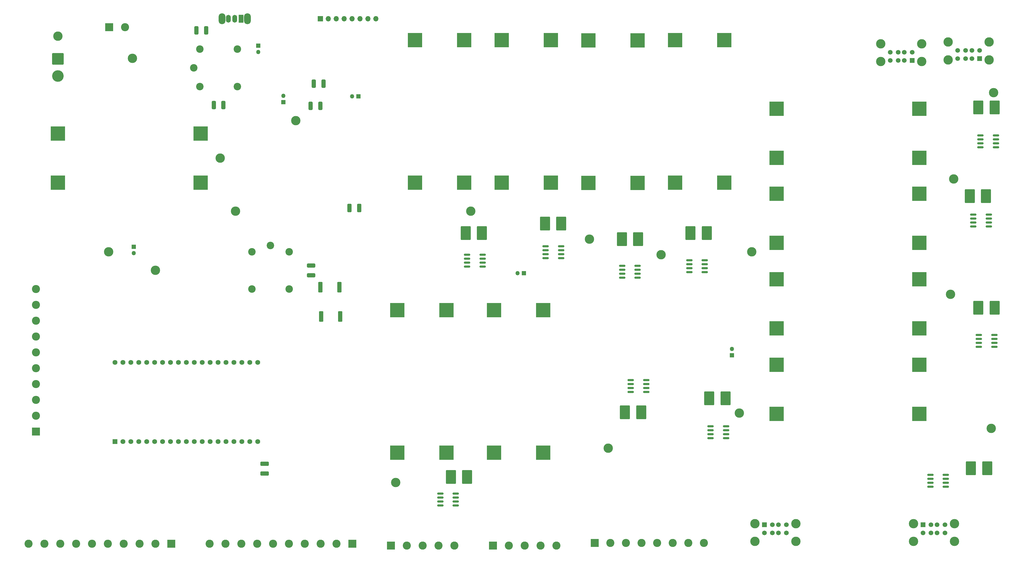
<source format=gts>
%TF.GenerationSoftware,KiCad,Pcbnew,6.0.2+dfsg-1*%
%TF.CreationDate,2022-08-24T13:42:39-04:00*%
%TF.ProjectId,augertapowermanagement,61756765-7274-4617-906f-7765726d616e,rev?*%
%TF.SameCoordinates,Original*%
%TF.FileFunction,Soldermask,Top*%
%TF.FilePolarity,Negative*%
%FSLAX46Y46*%
G04 Gerber Fmt 4.6, Leading zero omitted, Abs format (unit mm)*
G04 Created by KiCad (PCBNEW 6.0.2+dfsg-1) date 2022-08-24 13:42:39*
%MOMM*%
%LPD*%
G01*
G04 APERTURE LIST*
G04 Aperture macros list*
%AMRoundRect*
0 Rectangle with rounded corners*
0 $1 Rounding radius*
0 $2 $3 $4 $5 $6 $7 $8 $9 X,Y pos of 4 corners*
0 Add a 4 corners polygon primitive as box body*
4,1,4,$2,$3,$4,$5,$6,$7,$8,$9,$2,$3,0*
0 Add four circle primitives for the rounded corners*
1,1,$1+$1,$2,$3*
1,1,$1+$1,$4,$5*
1,1,$1+$1,$6,$7*
1,1,$1+$1,$8,$9*
0 Add four rect primitives between the rounded corners*
20,1,$1+$1,$2,$3,$4,$5,0*
20,1,$1+$1,$4,$5,$6,$7,0*
20,1,$1+$1,$6,$7,$8,$9,0*
20,1,$1+$1,$8,$9,$2,$3,0*%
G04 Aperture macros list end*
%ADD10RoundRect,0.150000X-0.825000X-0.150000X0.825000X-0.150000X0.825000X0.150000X-0.825000X0.150000X0*%
%ADD11R,2.600000X2.600000*%
%ADD12C,2.600000*%
%ADD13C,3.000000*%
%ADD14R,1.350000X1.350000*%
%ADD15O,1.350000X1.350000*%
%ADD16RoundRect,0.250002X-1.599998X-1.599998X1.599998X-1.599998X1.599998X1.599998X-1.599998X1.599998X0*%
%ADD17C,3.700000*%
%ADD18R,4.572000X4.572000*%
%ADD19RoundRect,0.250000X-1.350000X-1.975000X1.350000X-1.975000X1.350000X1.975000X-1.350000X1.975000X0*%
%ADD20C,2.400000*%
%ADD21RoundRect,0.250000X-0.412500X-1.100000X0.412500X-1.100000X0.412500X1.100000X-0.412500X1.100000X0*%
%ADD22RoundRect,0.250000X1.075000X-0.400000X1.075000X0.400000X-1.075000X0.400000X-1.075000X-0.400000X0*%
%ADD23RoundRect,0.250000X-0.400000X-1.075000X0.400000X-1.075000X0.400000X1.075000X-0.400000X1.075000X0*%
%ADD24RoundRect,0.250000X1.350000X1.975000X-1.350000X1.975000X-1.350000X-1.975000X1.350000X-1.975000X0*%
%ADD25RoundRect,0.250000X-1.100000X0.412500X-1.100000X-0.412500X1.100000X-0.412500X1.100000X0.412500X0*%
%ADD26R,1.500000X1.500000*%
%ADD27C,1.500000*%
%ADD28RoundRect,0.249999X-0.450001X-1.425001X0.450001X-1.425001X0.450001X1.425001X-0.450001X1.425001X0*%
%ADD29O,2.200000X3.500000*%
%ADD30R,1.500000X2.500000*%
%ADD31O,1.500000X2.500000*%
%ADD32R,1.700000X1.700000*%
%ADD33O,1.700000X1.700000*%
%ADD34RoundRect,0.250000X0.400000X1.075000X-0.400000X1.075000X-0.400000X-1.075000X0.400000X-1.075000X0*%
%ADD35R,1.560000X1.560000*%
%ADD36C,1.560000*%
%ADD37RoundRect,0.150000X0.825000X0.150000X-0.825000X0.150000X-0.825000X-0.150000X0.825000X-0.150000X0*%
G04 APERTURE END LIST*
D10*
%TO.C,U14*%
X352754026Y-106125000D03*
X352754026Y-107395000D03*
X352754026Y-108665000D03*
X352754026Y-109935000D03*
X357704026Y-109935000D03*
X357704026Y-108665000D03*
X357704026Y-107395000D03*
X357704026Y-106125000D03*
%TD*%
D11*
%TO.C,J10*%
X95805026Y-211651000D03*
D12*
X90725026Y-211651000D03*
X85645026Y-211651000D03*
X80565026Y-211651000D03*
X75485026Y-211651000D03*
X70405026Y-211651000D03*
X65325026Y-211651000D03*
X60245026Y-211651000D03*
X55165026Y-211651000D03*
X50085026Y-211651000D03*
%TD*%
D13*
%TO.C,TP6*%
X277757026Y-169750000D03*
%TD*%
D14*
%TO.C,JP5*%
X123693026Y-51952000D03*
D15*
X123693026Y-53952000D03*
%TD*%
D13*
%TO.C,J2*%
X59557026Y-48875000D03*
D16*
X59557026Y-56175000D03*
D17*
X59557026Y-61675000D03*
%TD*%
D18*
%TO.C,U8*%
X289697026Y-72126000D03*
X289697026Y-87874000D03*
X335417026Y-72126000D03*
X335417026Y-87874000D03*
%TD*%
D11*
%TO.C,J9*%
X166196026Y-212261000D03*
D12*
X171276026Y-212261000D03*
X176356026Y-212261000D03*
X181436026Y-212261000D03*
X186516026Y-212261000D03*
%TD*%
D19*
%TO.C,R15*%
X351965026Y-187456000D03*
X357165026Y-187456000D03*
%TD*%
D13*
%TO.C,TP9*%
X345465026Y-131706000D03*
%TD*%
D19*
%TO.C,R3*%
X268157026Y-165000000D03*
X273357026Y-165000000D03*
%TD*%
D10*
%TO.C,U3*%
X268596026Y-174017000D03*
X268596026Y-175287000D03*
X268596026Y-176557000D03*
X268596026Y-177827000D03*
X273546026Y-177827000D03*
X273546026Y-176557000D03*
X273546026Y-175287000D03*
X273546026Y-174017000D03*
%TD*%
D20*
%TO.C,K1*%
X121631026Y-130000000D03*
X133631026Y-118000000D03*
X121631026Y-118000000D03*
X127631026Y-116000000D03*
X133631026Y-130000000D03*
%TD*%
D18*
%TO.C,U9*%
X217401692Y-50140000D03*
X201653692Y-50140000D03*
X217401692Y-95860000D03*
X201653692Y-95860000D03*
%TD*%
D13*
%TO.C,TP12*%
X229757026Y-114000000D03*
%TD*%
D18*
%TO.C,U12*%
X289697026Y-99394000D03*
X289697026Y-115142000D03*
X335417026Y-99394000D03*
X335417026Y-115142000D03*
%TD*%
D19*
%TO.C,R7*%
X215557026Y-109000000D03*
X220757026Y-109000000D03*
%TD*%
D21*
%TO.C,C1*%
X152916526Y-104006000D03*
X156041526Y-104006000D03*
%TD*%
D22*
%TO.C,R1*%
X140631026Y-125550000D03*
X140631026Y-122450000D03*
%TD*%
D18*
%TO.C,U4*%
X289697026Y-126826000D03*
X289697026Y-142574000D03*
X335417026Y-126826000D03*
X335417026Y-142574000D03*
%TD*%
D13*
%TO.C,TP7*%
X135757026Y-76000000D03*
%TD*%
%TO.C,TP3*%
X111500000Y-88000000D03*
%TD*%
D19*
%TO.C,R5*%
X190157026Y-112000000D03*
X195357026Y-112000000D03*
%TD*%
D13*
%TO.C,TP5*%
X116379026Y-105022000D03*
%TD*%
D23*
%TO.C,R2*%
X103900000Y-47000000D03*
X107000000Y-47000000D03*
%TD*%
D18*
%TO.C,U5*%
X189631026Y-50140000D03*
X173883026Y-50140000D03*
X189631026Y-95860000D03*
X173883026Y-95860000D03*
%TD*%
D13*
%TO.C,TP16*%
X281757026Y-118000000D03*
%TD*%
D19*
%TO.C,R6*%
X354347026Y-71708000D03*
X359547026Y-71708000D03*
%TD*%
D18*
%TO.C,U20*%
X214931026Y-136772000D03*
X199183026Y-136772000D03*
X214931026Y-182492000D03*
X199183026Y-182492000D03*
%TD*%
D10*
%TO.C,U10*%
X355040026Y-80725000D03*
X355040026Y-81995000D03*
X355040026Y-83265000D03*
X355040026Y-84535000D03*
X359990026Y-84535000D03*
X359990026Y-83265000D03*
X359990026Y-81995000D03*
X359990026Y-80725000D03*
%TD*%
D14*
%TO.C,JP6*%
X155757026Y-68208000D03*
D15*
X153757026Y-68208000D03*
%TD*%
D13*
%TO.C,TP15*%
X167757026Y-192000000D03*
%TD*%
%TO.C,TP1*%
X83359026Y-56000000D03*
%TD*%
D18*
%TO.C,U13*%
X245231026Y-50240000D03*
X229483026Y-50240000D03*
X245231026Y-95960000D03*
X229483026Y-95960000D03*
%TD*%
D10*
%TO.C,U15*%
X240282026Y-122509000D03*
X240282026Y-123779000D03*
X240282026Y-125049000D03*
X240282026Y-126319000D03*
X245232026Y-126319000D03*
X245232026Y-125049000D03*
X245232026Y-123779000D03*
X245232026Y-122509000D03*
%TD*%
D20*
%TO.C,K2*%
X117000000Y-65000000D03*
X105000000Y-53000000D03*
X105000000Y-65000000D03*
X103000000Y-59000000D03*
X117000000Y-53000000D03*
%TD*%
D11*
%TO.C,J8*%
X52462026Y-175660000D03*
D12*
X52462026Y-170580000D03*
X52462026Y-165500000D03*
X52462026Y-160420000D03*
X52462026Y-155340000D03*
X52462026Y-150260000D03*
X52462026Y-145180000D03*
X52462026Y-140100000D03*
X52462026Y-135020000D03*
X52462026Y-129940000D03*
%TD*%
D10*
%TO.C,U7*%
X190596026Y-118985000D03*
X190596026Y-120255000D03*
X190596026Y-121525000D03*
X190596026Y-122795000D03*
X195546026Y-122795000D03*
X195546026Y-121525000D03*
X195546026Y-120255000D03*
X195546026Y-118985000D03*
%TD*%
D11*
%TO.C,J1*%
X75912026Y-46005000D03*
D12*
X80992026Y-46005000D03*
%TD*%
D13*
%TO.C,TP17*%
X235757026Y-181000000D03*
%TD*%
D19*
%TO.C,R4*%
X354347026Y-135970000D03*
X359547026Y-135970000D03*
%TD*%
D13*
%TO.C,TP13*%
X346465026Y-94706000D03*
%TD*%
D24*
%TO.C,R10*%
X190607026Y-190250000D03*
X185407026Y-190250000D03*
%TD*%
D25*
%TO.C,C2*%
X125757026Y-186000000D03*
X125757026Y-189125000D03*
%TD*%
D26*
%TO.C,J6*%
X333157026Y-56680000D03*
D27*
X330657026Y-56680000D03*
X328657026Y-56680000D03*
X326157026Y-56680000D03*
X333157026Y-54060000D03*
X330657026Y-54060000D03*
X328657026Y-54060000D03*
X326157026Y-54060000D03*
D13*
X336227026Y-57030000D03*
X323087026Y-57030000D03*
X323087026Y-51350000D03*
X336227026Y-51350000D03*
%TD*%
D14*
%TO.C,JP3*%
X208757026Y-124900000D03*
D15*
X206757026Y-124900000D03*
%TD*%
D18*
%TO.C,U17*%
X272943026Y-50140000D03*
X257195026Y-50140000D03*
X272943026Y-95860000D03*
X257195026Y-95860000D03*
%TD*%
D10*
%TO.C,U18*%
X182032026Y-195595000D03*
X182032026Y-196865000D03*
X182032026Y-198135000D03*
X182032026Y-199405000D03*
X186982026Y-199405000D03*
X186982026Y-198135000D03*
X186982026Y-196865000D03*
X186982026Y-195595000D03*
%TD*%
D28*
%TO.C,R13*%
X143553026Y-129406000D03*
X149653026Y-129406000D03*
%TD*%
D26*
%TO.C,J3*%
X336653026Y-205584000D03*
D27*
X339153026Y-205584000D03*
X341153026Y-205584000D03*
X343653026Y-205584000D03*
X336653026Y-208204000D03*
X339153026Y-208204000D03*
X341153026Y-208204000D03*
X343653026Y-208204000D03*
D13*
X333583026Y-210914000D03*
X346723026Y-210914000D03*
X333583026Y-205234000D03*
X346723026Y-205234000D03*
%TD*%
D19*
%TO.C,R8*%
X351613026Y-100156000D03*
X356813026Y-100156000D03*
%TD*%
D10*
%TO.C,U19*%
X261774026Y-120763000D03*
X261774026Y-122033000D03*
X261774026Y-123303000D03*
X261774026Y-124573000D03*
X266724026Y-124573000D03*
X266724026Y-123303000D03*
X266724026Y-122033000D03*
X266724026Y-120763000D03*
%TD*%
D24*
%TO.C,R14*%
X246357026Y-169500000D03*
X241157026Y-169500000D03*
%TD*%
D10*
%TO.C,U6*%
X354532026Y-144733000D03*
X354532026Y-146003000D03*
X354532026Y-147273000D03*
X354532026Y-148543000D03*
X359482026Y-148543000D03*
X359482026Y-147273000D03*
X359482026Y-146003000D03*
X359482026Y-144733000D03*
%TD*%
D26*
%TO.C,J5*%
X354757026Y-56098000D03*
D27*
X352257026Y-56098000D03*
X350257026Y-56098000D03*
X347757026Y-56098000D03*
X354757026Y-53478000D03*
X352257026Y-53478000D03*
X350257026Y-53478000D03*
X347757026Y-53478000D03*
D13*
X357827026Y-50768000D03*
X344687026Y-50768000D03*
X344687026Y-56448000D03*
X357827026Y-56448000D03*
%TD*%
D29*
%TO.C,SW1*%
X120257026Y-43300000D03*
X112057026Y-43300000D03*
D30*
X118157026Y-43300000D03*
D31*
X116157026Y-43300000D03*
X114157026Y-43300000D03*
%TD*%
D13*
%TO.C,TP18*%
X358465026Y-174706000D03*
%TD*%
D14*
%TO.C,JP4*%
X275457026Y-151200000D03*
D15*
X275457026Y-149200000D03*
%TD*%
D28*
%TO.C,R12*%
X143809026Y-138804000D03*
X149909026Y-138804000D03*
%TD*%
D10*
%TO.C,U11*%
X215742026Y-116239000D03*
X215742026Y-117509000D03*
X215742026Y-118779000D03*
X215742026Y-120049000D03*
X220692026Y-120049000D03*
X220692026Y-118779000D03*
X220692026Y-117509000D03*
X220692026Y-116239000D03*
%TD*%
D32*
%TO.C,U24*%
X143557026Y-43300000D03*
D33*
X146097026Y-43300000D03*
X148637026Y-43300000D03*
X151177026Y-43300000D03*
X153717026Y-43300000D03*
X156257026Y-43300000D03*
X158797026Y-43300000D03*
X161337026Y-43300000D03*
%TD*%
D11*
%TO.C,J12*%
X198851526Y-212261000D03*
D12*
X203931526Y-212261000D03*
X209011526Y-212261000D03*
X214091526Y-212261000D03*
X219171526Y-212261000D03*
%TD*%
D34*
%TO.C,R16*%
X112550000Y-71000000D03*
X109450000Y-71000000D03*
%TD*%
D23*
%TO.C,F1*%
X140483026Y-71240000D03*
X143583026Y-71240000D03*
%TD*%
D35*
%TO.C,U2*%
X77823026Y-178936000D03*
D36*
X80363026Y-178936000D03*
X82903026Y-178936000D03*
X85443026Y-178936000D03*
X87983026Y-178936000D03*
X90523026Y-178936000D03*
X93063026Y-178936000D03*
X95603026Y-178936000D03*
X98143026Y-178936000D03*
X100683026Y-178936000D03*
X103223026Y-178936000D03*
X105763026Y-178936000D03*
X108303026Y-178936000D03*
X110843026Y-178936000D03*
X113383026Y-178936000D03*
X115923026Y-178936000D03*
X118463026Y-178936000D03*
X121003026Y-178936000D03*
X123543026Y-178936000D03*
X77823026Y-153536000D03*
X80363026Y-153536000D03*
X82903026Y-153536000D03*
X85443026Y-153536000D03*
X87983026Y-153536000D03*
X90523026Y-153536000D03*
X93063026Y-153536000D03*
X95603026Y-153536000D03*
X98143026Y-153536000D03*
X100683026Y-153536000D03*
X103223026Y-153536000D03*
X105763026Y-153536000D03*
X108303026Y-153536000D03*
X110843026Y-153536000D03*
X113383026Y-153536000D03*
X115923026Y-153536000D03*
X118463026Y-153536000D03*
X121003026Y-153536000D03*
X123543026Y-153536000D03*
%TD*%
D19*
%TO.C,R9*%
X240157026Y-114000000D03*
X245357026Y-114000000D03*
%TD*%
D23*
%TO.C,F2*%
X141499026Y-64128000D03*
X144599026Y-64128000D03*
%TD*%
D14*
%TO.C,JP2*%
X131757026Y-70000000D03*
D15*
X131757026Y-68000000D03*
%TD*%
D37*
%TO.C,U21*%
X247950026Y-163023000D03*
X247950026Y-161753000D03*
X247950026Y-160483000D03*
X247950026Y-159213000D03*
X243000026Y-159213000D03*
X243000026Y-160483000D03*
X243000026Y-161753000D03*
X243000026Y-163023000D03*
%TD*%
D18*
%TO.C,U22*%
X289697026Y-154258000D03*
X289697026Y-170006000D03*
X335417026Y-154258000D03*
X335417026Y-170006000D03*
%TD*%
D13*
%TO.C,TP10*%
X191757026Y-105000000D03*
%TD*%
D26*
%TO.C,J4*%
X285853026Y-205584000D03*
D27*
X288353026Y-205584000D03*
X290353026Y-205584000D03*
X292853026Y-205584000D03*
X285853026Y-208204000D03*
X288353026Y-208204000D03*
X290353026Y-208204000D03*
X292853026Y-208204000D03*
D13*
X282783026Y-210914000D03*
X295923026Y-210914000D03*
X282783026Y-205234000D03*
X295923026Y-205234000D03*
%TD*%
D19*
%TO.C,R11*%
X262157026Y-112000000D03*
X267357026Y-112000000D03*
%TD*%
D11*
%TO.C,J11*%
X153860526Y-211651000D03*
D12*
X148780526Y-211651000D03*
X143700526Y-211651000D03*
X138620526Y-211651000D03*
X133540526Y-211651000D03*
X128460526Y-211651000D03*
X123380526Y-211651000D03*
X118300526Y-211651000D03*
X113220526Y-211651000D03*
X108140526Y-211651000D03*
%TD*%
D18*
%TO.C,U16*%
X183943026Y-136772000D03*
X168195026Y-136772000D03*
X183943026Y-182492000D03*
X168195026Y-182492000D03*
%TD*%
D13*
%TO.C,TP8*%
X75757026Y-118000000D03*
%TD*%
D14*
%TO.C,JP1*%
X83815026Y-116468000D03*
D15*
X83815026Y-118468000D03*
%TD*%
D18*
%TO.C,U1*%
X59483026Y-80130000D03*
X59483026Y-95878000D03*
X105203026Y-80130000D03*
X105203026Y-95878000D03*
%TD*%
D13*
%TO.C,TP14*%
X252757026Y-119000000D03*
%TD*%
%TO.C,TP4*%
X90757026Y-124000000D03*
%TD*%
%TO.C,TP11*%
X359257026Y-67000000D03*
%TD*%
D11*
%TO.C,J7*%
X231467026Y-211456000D03*
D12*
X236467026Y-211456000D03*
X241467026Y-211456000D03*
X246467026Y-211456000D03*
X251467026Y-211456000D03*
X256467026Y-211456000D03*
X261467026Y-211456000D03*
X266467026Y-211456000D03*
%TD*%
D10*
%TO.C,U23*%
X338982026Y-189595000D03*
X338982026Y-190865000D03*
X338982026Y-192135000D03*
X338982026Y-193405000D03*
X343932026Y-193405000D03*
X343932026Y-192135000D03*
X343932026Y-190865000D03*
X343932026Y-189595000D03*
%TD*%
M02*

</source>
